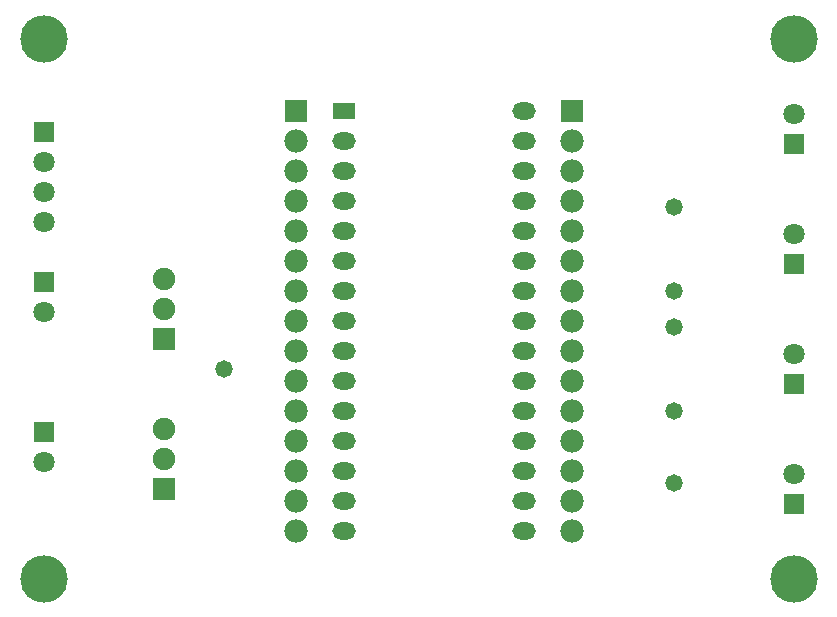
<source format=gbs>
G04 Layer_Color=8150272*
%FSLAX25Y25*%
%MOIN*%
G70*
G01*
G75*
%ADD39C,0.15800*%
%ADD40R,0.07099X0.07099*%
%ADD41C,0.07099*%
%ADD42R,0.07493X0.07493*%
%ADD43C,0.07493*%
%ADD44R,0.07800X0.07800*%
%ADD45C,0.07800*%
%ADD46O,0.07800X0.05800*%
%ADD47R,0.07800X0.05800*%
%ADD48C,0.05800*%
D39*
X420000Y220000D02*
D03*
X170000D02*
D03*
X420000Y400000D02*
D03*
X170000D02*
D03*
D40*
Y319000D02*
D03*
Y369000D02*
D03*
X420000Y245000D02*
D03*
X170000Y269000D02*
D03*
X420000Y285000D02*
D03*
Y325000D02*
D03*
Y365000D02*
D03*
D41*
X170000Y309000D02*
D03*
Y339000D02*
D03*
Y349000D02*
D03*
Y359000D02*
D03*
X420000Y255000D02*
D03*
X170000Y259000D02*
D03*
X420000Y295000D02*
D03*
Y335000D02*
D03*
Y375000D02*
D03*
D42*
X210000Y300000D02*
D03*
Y250000D02*
D03*
D43*
Y310000D02*
D03*
Y320000D02*
D03*
Y260000D02*
D03*
Y270000D02*
D03*
D44*
X254000Y376000D02*
D03*
X346000D02*
D03*
D45*
X254000Y366000D02*
D03*
Y356000D02*
D03*
Y346000D02*
D03*
Y336000D02*
D03*
Y326000D02*
D03*
Y316000D02*
D03*
Y306000D02*
D03*
Y296000D02*
D03*
Y286000D02*
D03*
Y276000D02*
D03*
Y266000D02*
D03*
Y256000D02*
D03*
Y246000D02*
D03*
Y236000D02*
D03*
X346000Y366000D02*
D03*
Y356000D02*
D03*
Y346000D02*
D03*
Y336000D02*
D03*
Y326000D02*
D03*
Y316000D02*
D03*
Y306000D02*
D03*
Y296000D02*
D03*
Y286000D02*
D03*
Y276000D02*
D03*
Y266000D02*
D03*
Y256000D02*
D03*
Y246000D02*
D03*
Y236000D02*
D03*
D46*
X330000D02*
D03*
Y246000D02*
D03*
Y256000D02*
D03*
Y266000D02*
D03*
Y276000D02*
D03*
Y286000D02*
D03*
Y296000D02*
D03*
Y306000D02*
D03*
Y316000D02*
D03*
Y326000D02*
D03*
Y336000D02*
D03*
Y346000D02*
D03*
Y356000D02*
D03*
Y366000D02*
D03*
Y376000D02*
D03*
X270000Y236000D02*
D03*
Y246000D02*
D03*
Y256000D02*
D03*
Y266000D02*
D03*
Y276000D02*
D03*
Y286000D02*
D03*
Y296000D02*
D03*
Y306000D02*
D03*
Y316000D02*
D03*
Y326000D02*
D03*
Y336000D02*
D03*
Y346000D02*
D03*
Y356000D02*
D03*
Y366000D02*
D03*
D47*
Y376000D02*
D03*
D48*
X380000Y252000D02*
D03*
Y276000D02*
D03*
Y304000D02*
D03*
Y316000D02*
D03*
X230000Y290000D02*
D03*
X380000Y344000D02*
D03*
M02*

</source>
